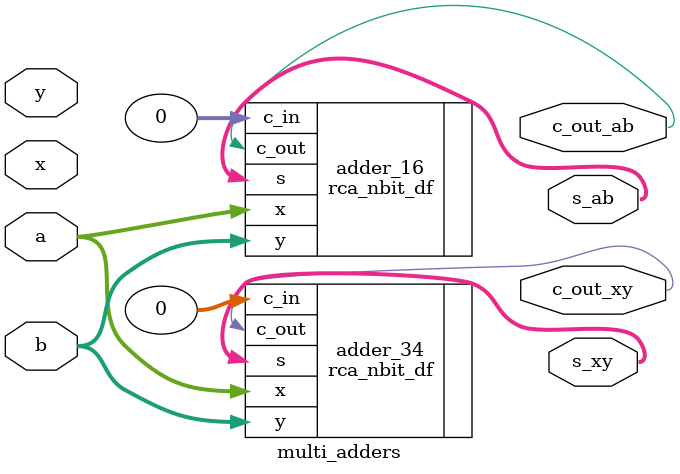
<source format=v>
`timescale 1ns / 1ps


module multi_adders(
    input [15 : 0] a, b,
    input [33:0] x, y,
    output [15 : 0] s_ab,
    output [33 : 0] s_xy,
    output c_out_ab,
    output c_out_xy
    );
    
    rca_nbit_df #(.n(16)) adder_16 (
        .x(a),
        .y(b),
        .c_in(0),
        .s(s_ab),
        .c_out(c_out_ab)  
    );
    
    rca_nbit_df #(.n(34)) adder_34 (
        .x(a),
        .y(b),
        .c_in(0),
        .s(s_xy),
        .c_out(c_out_xy)
        
        
    );
    
    
endmodule

</source>
